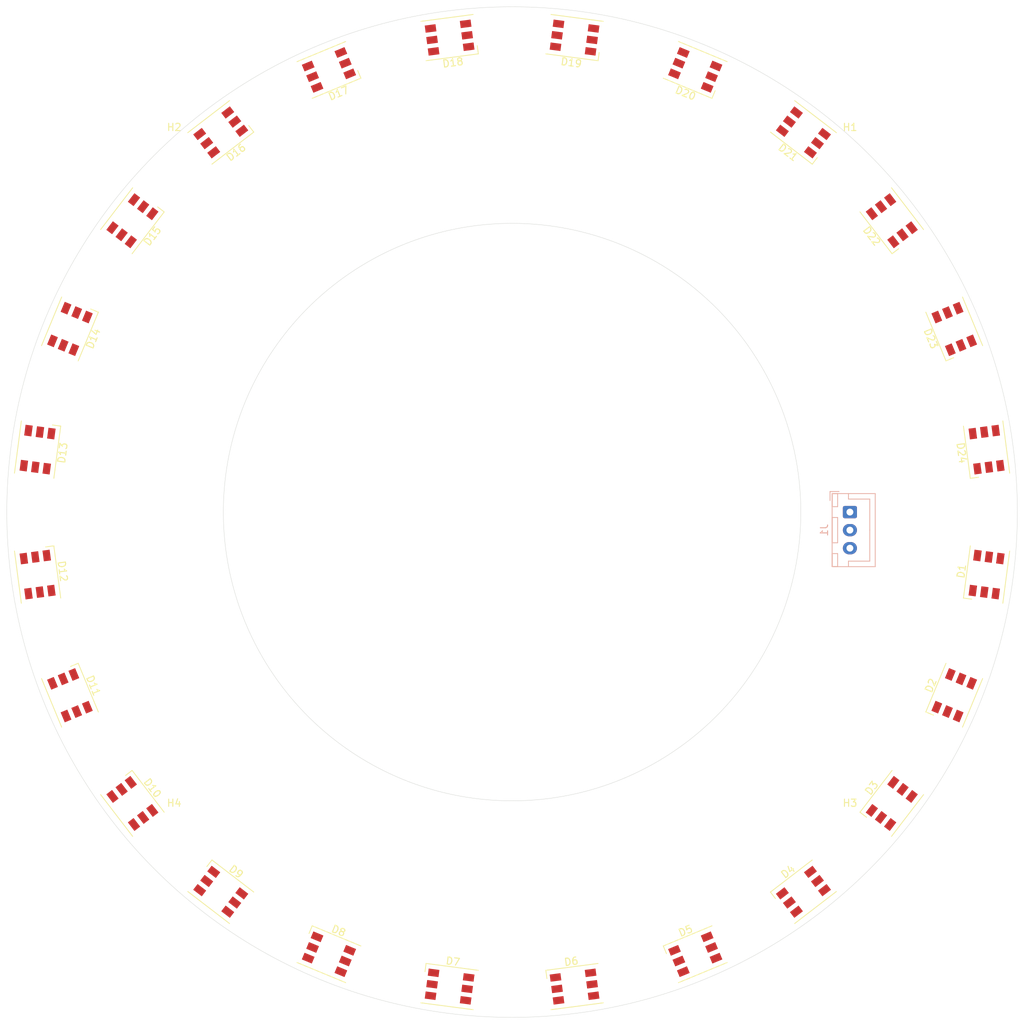
<source format=kicad_pcb>
(kicad_pcb (version 20240108) (generator "pcbnew") (generator_version "8.0")
  (layers (0 "F.Cu" signal) (31 "B.Cu" signal) (34 "B.Paste" user) (35 "F.Paste" user) (36 "B.SilkS" user "B.Silkscreen") (37 "F.SilkS" user "F.Silkscreen") (38 "B.Mask" user) (39 "F.Mask" user) (44 "Edge.Cuts" user))
  (net 0 "")
  (net 8 "+5V")
  (net 9 "GND")
  (footprint "LED_SMD:LED_WS2812_PLCC6_5.0x5.0mm_P1.6mm" (layer "F.Cu") (at -8.653886 -65.732794 -172.5)
    (property "Reference" "D18" (at 0.000001 -3.5 7.5) (layer "F.SilkS"))
    (property "Value" "WS2813")
    (fp_line (start -3.65 2.75) (end 3.65 2.75) (stroke (width 0.12)) (layer "F.SilkS"))
    (fp_line (start -3.65 -1.6) (end -3.65 -2.75) (stroke (width 0.12)) (layer "F.SilkS"))
    (fp_line (start -3.65 -2.75) (end 3.65 -2.75) (stroke (width 0.12)) (layer "F.SilkS"))
    (pad "1" smd rect (at -2.45 -1.6 187.5) (size 1.5 1) (layers "F.Cu" "F.Paste" "F.Mask"))
    (pad "2" smd rect (at -2.45 0 187.5) (size 1.5 1) (layers "F.Cu" "F.Paste" "F.Mask"))
    (pad "3" smd rect (at -2.45 1.6 187.5) (size 1.5 1) (layers "F.Cu" "F.Paste" "F.Mask"))
    (pad "4" smd rect (at 2.45 1.6 187.5) (size 1.5 1) (layers "F.Cu" "F.Paste" "F.Mask"))
    (pad "5" smd rect (at 2.45 0 187.5) (size 1.5 1) (layers "F.Cu" "F.Paste" "F.Mask"))
    (pad "6" smd rect (at 2.45 -1.6 187.5) (size 1.5 1) (layers "F.Cu" "F.Paste" "F.Mask"))
  )
  (footprint "tt-custom:MountingHole_5.6mm" (layer "F.Cu") (at 46.810469 -46.810469)
    (property "Reference" "H1" (at 0 -6.5 0) (layer "F.SilkS"))
    (property "Value" "MountingHole")
    (pad "" np_thru_hole circle (at 0 0) (size 5.6 5.6) (drill 5.6) (layers "F&B.Cu" "*.Mask"))
  )
  (footprint "LED_SMD:LED_WS2812_PLCC6_5.0x5.0mm_P1.6mm" (layer "F.Cu") (at -52.599327 40.360882 -52.5)
    (property "Reference" "D10" (at 0 -3.5 127.5) (layer "F.SilkS"))
    (property "Value" "WS2813")
    (fp_line (start -3.65 2.75) (end 3.650001 2.75) (stroke (width 0.12)) (layer "F.SilkS"))
    (fp_line (start -3.65 -1.6) (end -3.650001 -2.75) (stroke (width 0.12)) (layer "F.SilkS"))
    (fp_line (start -3.650001 -2.75) (end 3.65 -2.75) (stroke (width 0.12)) (layer "F.SilkS"))
    (pad "1" smd rect (at -2.45 -1.6 307.5) (size 1.5 1) (layers "F.Cu" "F.Paste" "F.Mask"))
    (pad "2" smd rect (at -2.450001 0 307.5) (size 1.5 1) (layers "F.Cu" "F.Paste" "F.Mask"))
    (pad "3" smd rect (at -2.45 1.6 307.5) (size 1.5 1) (layers "F.Cu" "F.Paste" "F.Mask"))
    (pad "4" smd rect (at 2.45 1.6 307.5) (size 1.5 1) (layers "F.Cu" "F.Paste" "F.Mask"))
    (pad "5" smd rect (at 2.450001 0 307.5) (size 1.5 1) (layers "F.Cu" "F.Paste" "F.Mask"))
    (pad "6" smd rect (at 2.45 -1.6 307.5) (size 1.5 1) (layers "F.Cu" "F.Paste" "F.Mask"))
  )
  (footprint "LED_SMD:LED_WS2812_PLCC6_5.0x5.0mm_P1.6mm" (layer "F.Cu") (at 61.253213 -25.371911 112.5)
    (property "Reference" "D23" (at 0 -3.500001 112.5) (layer "F.SilkS"))
    (property "Value" "WS2813")
    (fp_line (start -3.65 -2.75) (end 3.65 -2.750001) (stroke (width 0.12)) (layer "F.SilkS"))
    (fp_line (start -3.65 -1.599999) (end -3.65 -2.75) (stroke (width 0.12)) (layer "F.SilkS"))
    (fp_line (start -3.65 2.750001) (end 3.65 2.75) (stroke (width 0.12)) (layer "F.SilkS"))
    (pad "1" smd rect (at -2.45 -1.6 112.5) (size 1.5 1) (layers "F.Cu" "F.Paste" "F.Mask"))
    (pad "2" smd rect (at -2.45 0 112.5) (size 1.5 1) (layers "F.Cu" "F.Paste" "F.Mask"))
    (pad "3" smd rect (at -2.45 1.6 112.5) (size 1.5 1) (layers "F.Cu" "F.Paste" "F.Mask"))
    (pad "4" smd rect (at 2.45 1.6 112.5) (size 1.5 1) (layers "F.Cu" "F.Paste" "F.Mask"))
    (pad "5" smd rect (at 2.45 0 112.5) (size 1.5 1) (layers "F.Cu" "F.Paste" "F.Mask"))
    (pad "6" smd rect (at 2.45 -1.6 112.5) (size 1.5 1) (layers "F.Cu" "F.Paste" "F.Mask"))
  )
  (footprint "tt-custom:MountingHole_5.6mm" (layer "F.Cu") (at 46.810469 46.810469)
    (property "Reference" "H3" (at 0 -6.5 0) (layer "F.SilkS"))
    (property "Value" "MountingHole")
    (pad "" np_thru_hole circle (at 0 0) (size 5.6 5.6) (drill 5.6) (layers "F&B.Cu" "*.Mask"))
  )
  (footprint "tt-custom:MountingHole_5.6mm" (layer "F.Cu") (at -46.810469 -46.810469)
    (property "Reference" "H2" (at 0 -6.5 0) (layer "F.SilkS"))
    (property "Value" "MountingHole")
    (pad "" np_thru_hole circle (at 0 0) (size 5.6 5.6) (drill 5.6) (layers "F&B.Cu" "*.Mask"))
  )
  (footprint "LED_SMD:LED_WS2812_PLCC6_5.0x5.0mm_P1.6mm" (layer "F.Cu") (at 52.599326 40.360883 52.5)
    (property "Reference" "D3" (at 0 -3.5 52.5) (layer "F.SilkS"))
    (property "Value" "WS2813")
    (fp_line (start -3.65 -2.75) (end 3.65 -2.750001) (stroke (width 0.12)) (layer "F.SilkS"))
    (fp_line (start -3.65 -1.599999) (end -3.65 -2.75) (stroke (width 0.12)) (layer "F.SilkS"))
    (fp_line (start -3.65 2.750001) (end 3.65 2.75) (stroke (width 0.12)) (layer "F.SilkS"))
    (pad "1" smd rect (at -2.45 -1.6 52.5) (size 1.5 1) (layers "F.Cu" "F.Paste" "F.Mask"))
    (pad "2" smd rect (at -2.45 0.000001 52.5) (size 1.5 1) (layers "F.Cu" "F.Paste" "F.Mask"))
    (pad "3" smd rect (at -2.45 1.6 52.5) (size 1.5 1) (layers "F.Cu" "F.Paste" "F.Mask"))
    (pad "4" smd rect (at 2.45 1.6 52.5) (size 1.5 1) (layers "F.Cu" "F.Paste" "F.Mask"))
    (pad "5" smd rect (at 2.45 -0.000001 52.5) (size 1.5 1) (layers "F.Cu" "F.Paste" "F.Mask"))
    (pad "6" smd rect (at 2.45 -1.6 52.5) (size 1.5 1) (layers "F.Cu" "F.Paste" "F.Mask"))
  )
  (footprint "LED_SMD:LED_WS2812_PLCC6_5.0x5.0mm_P1.6mm" (layer "F.Cu") (at -40.360882 -52.599327 -142.5)
    (property "Reference" "D16" (at 0 -3.5 37.5) (layer "F.SilkS"))
    (property "Value" "WS2813")
    (fp_line (start -3.65 2.75) (end 3.650001 2.75) (stroke (width 0.12)) (layer "F.SilkS"))
    (fp_line (start -3.65 -1.6) (end -3.650001 -2.75) (stroke (width 0.12)) (layer "F.SilkS"))
    (fp_line (start -3.650001 -2.75) (end 3.65 -2.75) (stroke (width 0.12)) (layer "F.SilkS"))
    (pad "1" smd rect (at -2.45 -1.6 217.5) (size 1.5 1) (layers "F.Cu" "F.Paste" "F.Mask"))
    (pad "2" smd rect (at -2.450001 0 217.5) (size 1.5 1) (layers "F.Cu" "F.Paste" "F.Mask"))
    (pad "3" smd rect (at -2.45 1.6 217.5) (size 1.5 1) (layers "F.Cu" "F.Paste" "F.Mask"))
    (pad "4" smd rect (at 2.45 1.6 217.5) (size 1.5 1) (layers "F.Cu" "F.Paste" "F.Mask"))
    (pad "5" smd rect (at 2.450001 0 217.5) (size 1.5 1) (layers "F.Cu" "F.Paste" "F.Mask"))
    (pad "6" smd rect (at 2.45 -1.6 217.5) (size 1.5 1) (layers "F.Cu" "F.Paste" "F.Mask"))
  )
  (footprint "LED_SMD:LED_WS2812_PLCC6_5.0x5.0mm_P1.6mm" (layer "F.Cu") (at 8.653887 -65.732794 172.5)
    (property "Reference" "D19" (at 0 -3.5 172.5) (layer "F.SilkS"))
    (property "Value" "WS2813")
    (fp_line (start -3.65 -2.75) (end 3.65 -2.75) (stroke (width 0.12)) (layer "F.SilkS"))
    (fp_line (start -3.65 -1.6) (end -3.65 -2.75) (stroke (width 0.12)) (layer "F.SilkS"))
    (fp_line (start -3.65 2.75) (end 3.65 2.75) (stroke (width 0.12)) (layer "F.SilkS"))
    (pad "1" smd rect (at -2.45 -1.6 172.5) (size 1.5 1) (layers "F.Cu" "F.Paste" "F.Mask"))
    (pad "2" smd rect (at -2.45 0 172.5) (size 1.5 1) (layers "F.Cu" "F.Paste" "F.Mask"))
    (pad "3" smd rect (at -2.45 1.6 172.5) (size 1.5 1) (layers "F.Cu" "F.Paste" "F.Mask"))
    (pad "4" smd rect (at 2.45 1.6 172.5) (size 1.5 1) (layers "F.Cu" "F.Paste" "F.Mask"))
    (pad "5" smd rect (at 2.45 0 172.5) (size 1.5 1) (layers "F.Cu" "F.Paste" "F.Mask"))
    (pad "6" smd rect (at 2.45 -1.6 172.5) (size 1.5 1) (layers "F.Cu" "F.Paste" "F.Mask"))
  )
  (footprint "LED_SMD:LED_WS2812_PLCC6_5.0x5.0mm_P1.6mm" (layer "F.Cu") (at -8.653887 65.732794 -7.5)
    (property "Reference" "D7" (at 0 -3.5 172.5) (layer "F.SilkS"))
    (property "Value" "WS2813")
    (fp_line (start -3.65 2.75) (end 3.65 2.75) (stroke (width 0.12)) (layer "F.SilkS"))
    (fp_line (start -3.65 -1.6) (end -3.65 -2.75) (stroke (width 0.12)) (layer "F.SilkS"))
    (fp_line (start -3.65 -2.75) (end 3.65 -2.75) (stroke (width 0.12)) (layer "F.SilkS"))
    (pad "1" smd rect (at -2.45 -1.6 352.5) (size 1.5 1) (layers "F.Cu" "F.Paste" "F.Mask"))
    (pad "2" smd rect (at -2.45 0 352.5) (size 1.5 1) (layers "F.Cu" "F.Paste" "F.Mask"))
    (pad "3" smd rect (at -2.45 1.6 352.5) (size 1.5 1) (layers "F.Cu" "F.Paste" "F.Mask"))
    (pad "4" smd rect (at 2.45 1.6 352.5) (size 1.5 1) (layers "F.Cu" "F.Paste" "F.Mask"))
    (pad "5" smd rect (at 2.45 0 352.5) (size 1.5 1) (layers "F.Cu" "F.Paste" "F.Mask"))
    (pad "6" smd rect (at 2.45 -1.6 352.5) (size 1.5 1) (layers "F.Cu" "F.Paste" "F.Mask"))
  )
  (footprint "tt-custom:MountingHole_5.6mm" (layer "F.Cu") (at -46.810469 46.810469)
    (property "Reference" "H4" (at 0 -6.5 0) (layer "F.SilkS"))
    (property "Value" "MountingHole")
    (pad "" np_thru_hole circle (at 0 0) (size 5.6 5.6) (drill 5.6) (layers "F&B.Cu" "*.Mask"))
  )
  (footprint "LED_SMD:LED_WS2812_PLCC6_5.0x5.0mm_P1.6mm" (layer "F.Cu") (at 52.599327 -40.360882 127.5)
    (property "Reference" "D22" (at 0 -3.5 127.5) (layer "F.SilkS"))
    (property "Value" "WS2813")
    (fp_line (start -3.650001 -2.75) (end 3.65 -2.75) (stroke (width 0.12)) (layer "F.SilkS"))
    (fp_line (start -3.65 -1.6) (end -3.650001 -2.75) (stroke (width 0.12)) (layer "F.SilkS"))
    (fp_line (start -3.65 2.75) (end 3.650001 2.75) (stroke (width 0.12)) (layer "F.SilkS"))
    (pad "1" smd rect (at -2.45 -1.6 127.5) (size 1.5 1) (layers "F.Cu" "F.Paste" "F.Mask"))
    (pad "2" smd rect (at -2.450001 0 127.5) (size 1.5 1) (layers "F.Cu" "F.Paste" "F.Mask"))
    (pad "3" smd rect (at -2.45 1.6 127.5) (size 1.5 1) (layers "F.Cu" "F.Paste" "F.Mask"))
    (pad "4" smd rect (at 2.45 1.6 127.5) (size 1.5 1) (layers "F.Cu" "F.Paste" "F.Mask"))
    (pad "5" smd rect (at 2.450001 0 127.5) (size 1.5 1) (layers "F.Cu" "F.Paste" "F.Mask"))
    (pad "6" smd rect (at 2.45 -1.6 127.5) (size 1.5 1) (layers "F.Cu" "F.Paste" "F.Mask"))
  )
  (footprint "LED_SMD:LED_WS2812_PLCC6_5.0x5.0mm_P1.6mm" (layer "F.Cu") (at -40.360883 52.599326 -37.5)
    (property "Reference" "D9" (at 0 -3.5 142.5) (layer "F.SilkS"))
    (property "Value" "WS2813")
    (fp_line (start -3.65 2.750001) (end 3.65 2.75) (stroke (width 0.12)) (layer "F.SilkS"))
    (fp_line (start -3.65 -1.599999) (end -3.65 -2.75) (stroke (width 0.12)) (layer "F.SilkS"))
    (fp_line (start -3.65 -2.75) (end 3.65 -2.750001) (stroke (width 0.12)) (layer "F.SilkS"))
    (pad "1" smd rect (at -2.45 -1.6 322.5) (size 1.5 1) (layers "F.Cu" "F.Paste" "F.Mask"))
    (pad "2" smd rect (at -2.45 0.000001 322.5) (size 1.5 1) (layers "F.Cu" "F.Paste" "F.Mask"))
    (pad "3" smd rect (at -2.45 1.6 322.5) (size 1.5 1) (layers "F.Cu" "F.Paste" "F.Mask"))
    (pad "4" smd rect (at 2.45 1.6 322.5) (size 1.5 1) (layers "F.Cu" "F.Paste" "F.Mask"))
    (pad "5" smd rect (at 2.45 -0.000001 322.5) (size 1.5 1) (layers "F.Cu" "F.Paste" "F.Mask"))
    (pad "6" smd rect (at 2.45 -1.6 322.5) (size 1.5 1) (layers "F.Cu" "F.Paste" "F.Mask"))
  )
  (footprint "LED_SMD:LED_WS2812_PLCC6_5.0x5.0mm_P1.6mm" (layer "F.Cu") (at 8.653886 65.732794 7.5)
    (property "Reference" "D6" (at 0.000001 -3.5 7.5) (layer "F.SilkS"))
    (property "Value" "WS2813")
    (fp_line (start -3.65 -2.75) (end 3.65 -2.75) (stroke (width 0.12)) (layer "F.SilkS"))
    (fp_line (start -3.65 -1.6) (end -3.65 -2.75) (stroke (width 0.12)) (layer "F.SilkS"))
    (fp_line (start -3.65 2.75) (end 3.65 2.75) (stroke (width 0.12)) (layer "F.SilkS"))
    (pad "1" smd rect (at -2.45 -1.6 7.5) (size 1.5 1) (layers "F.Cu" "F.Paste" "F.Mask"))
    (pad "2" smd rect (at -2.45 0 7.5) (size 1.5 1) (layers "F.Cu" "F.Paste" "F.Mask"))
    (pad "3" smd rect (at -2.45 1.6 7.5) (size 1.5 1) (layers "F.Cu" "F.Paste" "F.Mask"))
    (pad "4" smd rect (at 2.45 1.6 7.5) (size 1.5 1) (layers "F.Cu" "F.Paste" "F.Mask"))
    (pad "5" smd rect (at 2.45 0 7.5) (size 1.5 1) (layers "F.Cu" "F.Paste" "F.Mask"))
    (pad "6" smd rect (at 2.45 -1.6 7.5) (size 1.5 1) (layers "F.Cu" "F.Paste" "F.Mask"))
  )
  (footprint "LED_SMD:LED_WS2812_PLCC6_5.0x5.0mm_P1.6mm" (layer "F.Cu") (at 40.360883 -52.599326 142.5)
    (property "Reference" "D21" (at 0 -3.5 142.5) (layer "F.SilkS"))
    (property "Value" "WS2813")
    (fp_line (start -3.65 -2.75) (end 3.65 -2.750001) (stroke (width 0.12)) (layer "F.SilkS"))
    (fp_line (start -3.65 -1.599999) (end -3.65 -2.75) (stroke (width 0.12)) (layer "F.SilkS"))
    (fp_line (start -3.65 2.750001) (end 3.65 2.75) (stroke (width 0.12)) (layer "F.SilkS"))
    (pad "1" smd rect (at -2.45 -1.6 142.5) (size 1.5 1) (layers "F.Cu" "F.Paste" "F.Mask"))
    (pad "2" smd rect (at -2.45 0.000001 142.5) (size 1.5 1) (layers "F.Cu" "F.Paste" "F.Mask"))
    (pad "3" smd rect (at -2.45 1.6 142.5) (size 1.5 1) (layers "F.Cu" "F.Paste" "F.Mask"))
    (pad "4" smd rect (at 2.45 1.6 142.5) (size 1.5 1) (layers "F.Cu" "F.Paste" "F.Mask"))
    (pad "5" smd rect (at 2.45 -0.000001 142.5) (size 1.5 1) (layers "F.Cu" "F.Paste" "F.Mask"))
    (pad "6" smd rect (at 2.45 -1.6 142.5) (size 1.5 1) (layers "F.Cu" "F.Paste" "F.Mask"))
  )
  (footprint "LED_SMD:LED_WS2812_PLCC6_5.0x5.0mm_P1.6mm" (layer "F.Cu") (at -25.371911 -61.253213 -157.5)
    (property "Reference" "D17" (at 0 -3.500001 22.5) (layer "F.SilkS"))
    (property "Value" "WS2813")
    (fp_line (start -3.65 2.750001) (end 3.65 2.75) (stroke (width 0.12)) (layer "F.SilkS"))
    (fp_line (start -3.65 -1.599999) (end -3.65 -2.75) (stroke (width 0.12)) (layer "F.SilkS"))
    (fp_line (start -3.65 -2.75) (end 3.65 -2.750001) (stroke (width 0.12)) (layer "F.SilkS"))
    (pad "1" smd rect (at -2.45 -1.6 202.5) (size 1.5 1) (layers "F.Cu" "F.Paste" "F.Mask"))
    (pad "2" smd rect (at -2.45 0 202.5) (size 1.5 1) (layers "F.Cu" "F.Paste" "F.Mask"))
    (pad "3" smd rect (at -2.45 1.6 202.5) (size 1.5 1) (layers "F.Cu" "F.Paste" "F.Mask"))
    (pad "4" smd rect (at 2.45 1.6 202.5) (size 1.5 1) (layers "F.Cu" "F.Paste" "F.Mask"))
    (pad "5" smd rect (at 2.45 0 202.5) (size 1.5 1) (layers "F.Cu" "F.Paste" "F.Mask"))
    (pad "6" smd rect (at 2.45 -1.6 202.5) (size 1.5 1) (layers "F.Cu" "F.Paste" "F.Mask"))
  )
  (footprint "LED_SMD:LED_WS2812_PLCC6_5.0x5.0mm_P1.6mm" (layer "F.Cu") (at -25.371912 61.253213 -22.5)
    (property "Reference" "D8" (at 0 -3.5 157.5) (layer "F.SilkS"))
    (property "Value" "WS2813")
    (fp_line (start -3.65 2.75) (end 3.65 2.75) (stroke (width 0.12)) (layer "F.SilkS"))
    (fp_line (start -3.65 -1.599999) (end -3.65 -2.75) (stroke (width 0.12)) (layer "F.SilkS"))
    (fp_line (start -3.65 -2.75) (end 3.65 -2.75) (stroke (width 0.12)) (layer "F.SilkS"))
    (pad "1" smd rect (at -2.45 -1.6 337.5) (size 1.5 1) (layers "F.Cu" "F.Paste" "F.Mask"))
    (pad "2" smd rect (at -2.45 0 337.5) (size 1.5 1) (layers "F.Cu" "F.Paste" "F.Mask"))
    (pad "3" smd rect (at -2.450001 1.599999 337.5) (size 1.5 1) (layers "F.Cu" "F.Paste" "F.Mask"))
    (pad "4" smd rect (at 2.45 1.6 337.5) (size 1.5 1) (layers "F.Cu" "F.Paste" "F.Mask"))
    (pad "5" smd rect (at 2.45 0 337.5) (size 1.5 1) (layers "F.Cu" "F.Paste" "F.Mask"))
    (pad "6" smd rect (at 2.450001 -1.599999 337.5) (size 1.5 1) (layers "F.Cu" "F.Paste" "F.Mask"))
  )
  (footprint "LED_SMD:LED_WS2812_PLCC6_5.0x5.0mm_P1.6mm" (layer "F.Cu") (at 61.253213 25.371912 67.5)
    (property "Reference" "D2" (at 0 -3.5 67.5) (layer "F.SilkS"))
    (property "Value" "WS2813")
    (fp_line (start -3.65 -2.75) (end 3.65 -2.75) (stroke (width 0.12)) (layer "F.SilkS"))
    (fp_line (start -3.65 -1.599999) (end -3.65 -2.75) (stroke (width 0.12)) (layer "F.SilkS"))
    (fp_line (start -3.65 2.75) (end 3.65 2.75) (stroke (width 0.12)) (layer "F.SilkS"))
    (pad "1" smd rect (at -2.45 -1.6 67.5) (size 1.5 1) (layers "F.Cu" "F.Paste" "F.Mask"))
    (pad "2" smd rect (at -2.45 0 67.5) (size 1.5 1) (layers "F.Cu" "F.Paste" "F.Mask"))
    (pad "3" smd rect (at -2.450001 1.599999 67.5) (size 1.5 1) (layers "F.Cu" "F.Paste" "F.Mask"))
    (pad "4" smd rect (at 2.45 1.6 67.5) (size 1.5 1) (layers "F.Cu" "F.Paste" "F.Mask"))
    (pad "5" smd rect (at 2.45 0 67.5) (size 1.5 1) (layers "F.Cu" "F.Paste" "F.Mask"))
    (pad "6" smd rect (at 2.450001 -1.599999 67.5) (size 1.5 1) (layers "F.Cu" "F.Paste" "F.Mask"))
  )
  (footprint "LED_SMD:LED_WS2812_PLCC6_5.0x5.0mm_P1.6mm" (layer "F.Cu") (at 65.732794 8.653887 82.5)
    (property "Reference" "D1" (at 0 -3.5 82.5) (layer "F.SilkS"))
    (property "Value" "WS2813")
    (fp_line (start -3.65 -2.75) (end 3.65 -2.75) (stroke (width 0.12)) (layer "F.SilkS"))
    (fp_line (start -3.65 -1.6) (end -3.65 -2.75) (stroke (width 0.12)) (layer "F.SilkS"))
    (fp_line (start -3.65 2.75) (end 3.65 2.75) (stroke (width 0.12)) (layer "F.SilkS"))
    (pad "1" smd rect (at -2.45 -1.6 82.5) (size 1.5 1) (layers "F.Cu" "F.Paste" "F.Mask"))
    (pad "2" smd rect (at -2.45 0 82.5) (size 1.5 1) (layers "F.Cu" "F.Paste" "F.Mask"))
    (pad "3" smd rect (at -2.45 1.6 82.5) (size 1.5 1) (layers "F.Cu" "F.Paste" "F.Mask"))
    (pad "4" smd rect (at 2.45 1.6 82.5) (size 1.5 1) (layers "F.Cu" "F.Paste" "F.Mask"))
    (pad "5" smd rect (at 2.45 0 82.5) (size 1.5 1) (layers "F.Cu" "F.Paste" "F.Mask"))
    (pad "6" smd rect (at 2.45 -1.6 82.5) (size 1.5 1) (layers "F.Cu" "F.Paste" "F.Mask"))
  )
  (footprint "LED_SMD:LED_WS2812_PLCC6_5.0x5.0mm_P1.6mm" (layer "F.Cu") (at -52.599326 -40.360883 -127.5)
    (property "Reference" "D15" (at 0 -3.5 52.5) (layer "F.SilkS"))
    (property "Value" "WS2813")
    (fp_line (start -3.65 2.750001) (end 3.65 2.75) (stroke (width 0.12)) (layer "F.SilkS"))
    (fp_line (start -3.65 -1.599999) (end -3.65 -2.75) (stroke (width 0.12)) (layer "F.SilkS"))
    (fp_line (start -3.65 -2.75) (end 3.65 -2.750001) (stroke (width 0.12)) (layer "F.SilkS"))
    (pad "1" smd rect (at -2.45 -1.6 232.5) (size 1.5 1) (layers "F.Cu" "F.Paste" "F.Mask"))
    (pad "2" smd rect (at -2.45 0.000001 232.5) (size 1.5 1) (layers "F.Cu" "F.Paste" "F.Mask"))
    (pad "3" smd rect (at -2.45 1.6 232.5) (size 1.5 1) (layers "F.Cu" "F.Paste" "F.Mask"))
    (pad "4" smd rect (at 2.45 1.6 232.5) (size 1.5 1) (layers "F.Cu" "F.Paste" "F.Mask"))
    (pad "5" smd rect (at 2.45 -0.000001 232.5) (size 1.5 1) (layers "F.Cu" "F.Paste" "F.Mask"))
    (pad "6" smd rect (at 2.45 -1.6 232.5) (size 1.5 1) (layers "F.Cu" "F.Paste" "F.Mask"))
  )
  (footprint "LED_SMD:LED_WS2812_PLCC6_5.0x5.0mm_P1.6mm" (layer "F.Cu") (at -61.253213 25.371911 -67.5)
    (property "Reference" "D11" (at 0 -3.500001 112.5) (layer "F.SilkS"))
    (property "Value" "WS2813")
    (fp_line (start -3.65 2.750001) (end 3.65 2.75) (stroke (width 0.12)) (layer "F.SilkS"))
    (fp_line (start -3.65 -1.599999) (end -3.65 -2.75) (stroke (width 0.12)) (layer "F.SilkS"))
    (fp_line (start -3.65 -2.75) (end 3.65 -2.750001) (stroke (width 0.12)) (layer "F.SilkS"))
    (pad "1" smd rect (at -2.45 -1.6 292.5) (size 1.5 1) (layers "F.Cu" "F.Paste" "F.Mask"))
    (pad "2" smd rect (at -2.45 0 292.5) (size 1.5 1) (layers "F.Cu" "F.Paste" "F.Mask"))
    (pad "3" smd rect (at -2.45 1.6 292.5) (size 1.5 1) (layers "F.Cu" "F.Paste" "F.Mask"))
    (pad "4" smd rect (at 2.45 1.6 292.5) (size 1.5 1) (layers "F.Cu" "F.Paste" "F.Mask"))
    (pad "5" smd rect (at 2.45 0 292.5) (size 1.5 1) (layers "F.Cu" "F.Paste" "F.Mask"))
    (pad "6" smd rect (at 2.45 -1.6 292.5) (size 1.5 1) (layers "F.Cu" "F.Paste" "F.Mask"))
  )
  (footprint "LED_SMD:LED_WS2812_PLCC6_5.0x5.0mm_P1.6mm" (layer "F.Cu") (at 40.360882 52.599327 37.5)
    (property "Reference" "D4" (at 0 -3.5 37.5) (layer "F.SilkS"))
    (property "Value" "WS2813")
    (fp_line (start -3.650001 -2.75) (end 3.65 -2.75) (stroke (width 0.12)) (layer "F.SilkS"))
    (fp_line (start -3.65 -1.6) (end -3.650001 -2.75) (stroke (width 0.12)) (layer "F.SilkS"))
    (fp_line (start -3.65 2.75) (end 3.650001 2.75) (stroke (width 0.12)) (layer "F.SilkS"))
    (pad "1" smd rect (at -2.45 -1.6 37.5) (size 1.5 1) (layers "F.Cu" "F.Paste" "F.Mask"))
    (pad "2" smd rect (at -2.450001 0 37.5) (size 1.5 1) (layers "F.Cu" "F.Paste" "F.Mask"))
    (pad "3" smd rect (at -2.45 1.6 37.5) (size 1.5 1) (layers "F.Cu" "F.Paste" "F.Mask"))
    (pad "4" smd rect (at 2.45 1.6 37.5) (size 1.5 1) (layers "F.Cu" "F.Paste" "F.Mask"))
    (pad "5" smd rect (at 2.450001 0 37.5) (size 1.5 1) (layers "F.Cu" "F.Paste" "F.Mask"))
    (pad "6" smd rect (at 2.45 -1.6 37.5) (size 1.5 1) (layers "F.Cu" "F.Paste" "F.Mask"))
  )
  (footprint "LED_SMD:LED_WS2812_PLCC6_5.0x5.0mm_P1.6mm" (layer "F.Cu") (at -61.253213 -25.371912 -112.5)
    (property "Reference" "D14" (at 0 -3.5 67.5) (layer "F.SilkS"))
    (property "Value" "WS2813")
    (fp_line (start -3.65 2.75) (end 3.65 2.75) (stroke (width 0.12)) (layer "F.SilkS"))
    (fp_line (start -3.65 -1.599999) (end -3.65 -2.75) (stroke (width 0.12)) (layer "F.SilkS"))
    (fp_line (start -3.65 -2.75) (end 3.65 -2.75) (stroke (width 0.12)) (layer "F.SilkS"))
    (pad "1" smd rect (at -2.45 -1.6 247.5) (size 1.5 1) (layers "F.Cu" "F.Paste" "F.Mask"))
    (pad "2" smd rect (at -2.45 0 247.5) (size 1.5 1) (layers "F.Cu" "F.Paste" "F.Mask"))
    (pad "3" smd rect (at -2.450001 1.599999 247.5) (size 1.5 1) (layers "F.Cu" "F.Paste" "F.Mask"))
    (pad "4" smd rect (at 2.45 1.6 247.5) (size 1.5 1) (layers "F.Cu" "F.Paste" "F.Mask"))
    (pad "5" smd rect (at 2.45 0 247.5) (size 1.5 1) (layers "F.Cu" "F.Paste" "F.Mask"))
    (pad "6" smd rect (at 2.450001 -1.599999 247.5) (size 1.5 1) (layers "F.Cu" "F.Paste" "F.Mask"))
  )
  (footprint "LED_SMD:LED_WS2812_PLCC6_5.0x5.0mm_P1.6mm" (layer "F.Cu") (at 65.732794 -8.653886 97.5)
    (property "Reference" "D24" (at 0.000001 -3.5 97.5) (layer "F.SilkS"))
    (property "Value" "WS2813")
    (fp_line (start -3.65 -2.75) (end 3.65 -2.75) (stroke (width 0.12)) (layer "F.SilkS"))
    (fp_line (start -3.65 -1.6) (end -3.65 -2.75) (stroke (width 0.12)) (layer "F.SilkS"))
    (fp_line (start -3.65 2.75) (end 3.65 2.75) (stroke (width 0.12)) (layer "F.SilkS"))
    (pad "1" smd rect (at -2.45 -1.6 97.5) (size 1.5 1) (layers "F.Cu" "F.Paste" "F.Mask"))
    (pad "2" smd rect (at -2.45 0 97.5) (size 1.5 1) (layers "F.Cu" "F.Paste" "F.Mask"))
    (pad "3" smd rect (at -2.45 1.6 97.5) (size 1.5 1) (layers "F.Cu" "F.Paste" "F.Mask"))
    (pad "4" smd rect (at 2.45 1.6 97.5) (size 1.5 1) (layers "F.Cu" "F.Paste" "F.Mask"))
    (pad "5" smd rect (at 2.45 0 97.5) (size 1.5 1) (layers "F.Cu" "F.Paste" "F.Mask"))
    (pad "6" smd rect (at 2.45 -1.6 97.5) (size 1.5 1) (layers "F.Cu" "F.Paste" "F.Mask"))
  )
  (footprint "LED_SMD:LED_WS2812_PLCC6_5.0x5.0mm_P1.6mm" (layer "F.Cu") (at -65.732794 -8.653887 -97.5)
    (property "Reference" "D13" (at 0 -3.5 82.5) (layer "F.SilkS"))
    (property "Value" "WS2813")
    (fp_line (start -3.65 2.75) (end 3.65 2.75) (stroke (width 0.12)) (layer "F.SilkS"))
    (fp_line (start -3.65 -1.6) (end -3.65 -2.75) (stroke (width 0.12)) (layer "F.SilkS"))
    (fp_line (start -3.65 -2.75) (end 3.65 -2.75) (stroke (width 0.12)) (layer "F.SilkS"))
    (pad "1" smd rect (at -2.45 -1.6 262.5) (size 1.5 1) (layers "F.Cu" "F.Paste" "F.Mask"))
    (pad "2" smd rect (at -2.45 0 262.5) (size 1.5 1) (layers "F.Cu" "F.Paste" "F.Mask"))
    (pad "3" smd rect (at -2.45 1.6 262.5) (size 1.5 1) (layers "F.Cu" "F.Paste" "F.Mask"))
    (pad "4" smd rect (at 2.45 1.6 262.5) (size 1.5 1) (layers "F.Cu" "F.Paste" "F.Mask"))
    (pad "5" smd rect (at 2.45 0 262.5) (size 1.5 1) (layers "F.Cu" "F.Paste" "F.Mask"))
    (pad "6" smd rect (at 2.45 -1.6 262.5) (size 1.5 1) (layers "F.Cu" "F.Paste" "F.Mask"))
  )
  (footprint "LED_SMD:LED_WS2812_PLCC6_5.0x5.0mm_P1.6mm" (layer "F.Cu") (at -65.732794 8.653886 -82.5)
    (property "Reference" "D12" (at 0.000001 -3.5 97.5) (layer "F.SilkS"))
    (property "Value" "WS2813")
    (fp_line (start -3.65 2.75) (end 3.65 2.75) (stroke (width 0.12)) (layer "F.SilkS"))
    (fp_line (start -3.65 -1.6) (end -3.65 -2.75) (stroke (width 0.12)) (layer "F.SilkS"))
    (fp_line (start -3.65 -2.75) (end 3.65 -2.75) (stroke (width 0.12)) (layer "F.SilkS"))
    (pad "1" smd rect (at -2.45 -1.6 277.5) (size 1.5 1) (layers "F.Cu" "F.Paste" "F.Mask"))
    (pad "2" smd rect (at -2.45 0 277.5) (size 1.5 1) (layers "F.Cu" "F.Paste" "F.Mask"))
    (pad "3" smd rect (at -2.45 1.6 277.5) (size 1.5 1) (layers "F.Cu" "F.Paste" "F.Mask"))
    (pad "4" smd rect (at 2.45 1.6 277.5) (size 1.5 1) (layers "F.Cu" "F.Paste" "F.Mask"))
    (pad "5" smd rect (at 2.45 0 277.5) (size 1.5 1) (layers "F.Cu" "F.Paste" "F.Mask"))
    (pad "6" smd rect (at 2.45 -1.6 277.5) (size 1.5 1) (layers "F.Cu" "F.Paste" "F.Mask"))
  )
  (footprint "LED_SMD:LED_WS2812_PLCC6_5.0x5.0mm_P1.6mm" (layer "F.Cu") (at 25.371912 -61.253213 157.5)
    (property "Reference" "D20" (at 0 -3.5 157.5) (layer "F.SilkS"))
    (property "Value" "WS2813")
    (fp_line (start -3.65 -2.75) (end 3.65 -2.75) (stroke (width 0.12)) (layer "F.SilkS"))
    (fp_line (start -3.65 -1.599999) (end -3.65 -2.75) (stroke (width 0.12)) (layer "F.SilkS"))
    (fp_line (start -3.65 2.75) (end 3.65 2.75) (stroke (width 0.12)) (layer "F.SilkS"))
    (pad "1" smd rect (at -2.45 -1.6 157.5) (size 1.5 1) (layers "F.Cu" "F.Paste" "F.Mask"))
    (pad "2" smd rect (at -2.45 0 157.5) (size 1.5 1) (layers "F.Cu" "F.Paste" "F.Mask"))
    (pad "3" smd rect (at -2.450001 1.599999 157.5) (size 1.5 1) (layers "F.Cu" "F.Paste" "F.Mask"))
    (pad "4" smd rect (at 2.45 1.6 157.5) (size 1.5 1) (layers "F.Cu" "F.Paste" "F.Mask"))
    (pad "5" smd rect (at 2.45 0 157.5) (size 1.5 1) (layers "F.Cu" "F.Paste" "F.Mask"))
    (pad "6" smd rect (at 2.450001 -1.599999 157.5) (size 1.5 1) (layers "F.Cu" "F.Paste" "F.Mask"))
  )
  (footprint "LED_SMD:LED_WS2812_PLCC6_5.0x5.0mm_P1.6mm" (layer "F.Cu") (at 25.371911 61.253213 22.5)
    (property "Reference" "D5" (at 0 -3.500001 22.5) (layer "F.SilkS"))
    (property "Value" "WS2813")
    (fp_line (start -3.65 -2.75) (end 3.65 -2.750001) (stroke (width 0.12)) (layer "F.SilkS"))
    (fp_line (start -3.65 -1.599999) (end -3.65 -2.75) (stroke (width 0.12)) (layer "F.SilkS"))
    (fp_line (start -3.65 2.750001) (end 3.65 2.75) (stroke (width 0.12)) (layer "F.SilkS"))
    (pad "1" smd rect (at -2.45 -1.6 22.5) (size 1.5 1) (layers "F.Cu" "F.Paste" "F.Mask"))
    (pad "2" smd rect (at -2.45 0 22.5) (size 1.5 1) (layers "F.Cu" "F.Paste" "F.Mask"))
    (pad "3" smd rect (at -2.45 1.6 22.5) (size 1.5 1) (layers "F.Cu" "F.Paste" "F.Mask"))
    (pad "4" smd rect (at 2.45 1.6 22.5) (size 1.5 1) (layers "F.Cu" "F.Paste" "F.Mask"))
    (pad "5" smd rect (at 2.45 0 22.5) (size 1.5 1) (layers "F.Cu" "F.Paste" "F.Mask"))
    (pad "6" smd rect (at 2.45 -1.6 22.5) (size 1.5 1) (layers "F.Cu" "F.Paste" "F.Mask"))
  )
  (footprint "Connector_JST:JST_XH_B3B-XH-A_1x03_P2.50mm_Vertical" (layer "B.Cu") (at 46.8 0 -90)
    (property "Reference" "J1" (at 2.5 3.55 90) (layer "B.SilkS") (effects (justify mirror)))
    (property "Value" "Conn_01x03")
    (fp_line (start -2.85 2.75) (end -1.6 2.75) (stroke (width 0.12)) (layer "B.SilkS"))
    (fp_line (start -2.56 2.46) (end 7.56 2.46) (stroke (width 0.12)) (layer "B.SilkS"))
    (fp_line (start 7.56 2.46) (end 7.56 -3.51) (stroke (width 0.12)) (layer "B.SilkS"))
    (fp_line (start -2.55 2.45) (end -0.75 2.45) (stroke (width 0.12)) (layer "B.SilkS"))
    (fp_line (start -0.75 2.45) (end -0.75 1.7) (stroke (width 0.12)) (layer "B.SilkS"))
    (fp_line (start 0.75 2.45) (end 4.25 2.45) (stroke (width 0.12)) (layer "B.SilkS"))
    (fp_line (start 4.25 2.45) (end 4.25 1.7) (stroke (width 0.12)) (layer "B.SilkS"))
    (fp_line (start 5.75 2.45) (end 7.55 2.45) (stroke (width 0.12)) (layer "B.SilkS"))
    (fp_line (start 7.55 2.45) (end 7.55 1.7) (stroke (width 0.12)) (layer "B.SilkS"))
    (fp_line (start -2.55 1.7) (end -2.55 2.45) (stroke (width 0.12)) (layer "B.SilkS"))
    (fp_line (start -0.75 1.7) (end -2.55 1.7) (stroke (width 0.12)) (layer "B.SilkS"))
    (fp_line (start 0.75 1.7) (end 0.75 2.45) (stroke (width 0.12)) (layer "B.SilkS"))
    (fp_line (start 4.25 1.7) (end 0.75 1.7) (stroke (width 0.12)) (layer "B.SilkS"))
    (fp_line (start 5.75 1.7) (end 5.75 2.45) (stroke (width 0.12)) (layer "B.SilkS"))
    (fp_line (start 7.55 1.7) (end 5.75 1.7) (stroke (width 0.12)) (layer "B.SilkS"))
    (fp_line (start -2.85 1.5) (end -2.85 2.75) (stroke (width 0.12)) (layer "B.SilkS"))
    (fp_line (start -1.8 0.2) (end -2.55 0.2) (stroke (width 0.12)) (layer "B.SilkS"))
    (fp_line (start 6.8 0.2) (end 7.55 0.2) (stroke (width 0.12)) (layer "B.SilkS"))
    (fp_line (start -1.8 -2.75) (end -1.8 0.2) (stroke (width 0.12)) (layer "B.SilkS"))
    (fp_line (start 2.5 -2.75) (end -1.8 -2.75) (stroke (width 0.12)) (layer "B.SilkS"))
    (fp_line (start 2.5 -2.75) (end 6.8 -2.75) (stroke (width 0.12)) (layer "B.SilkS"))
    (fp_line (start 6.8 -2.75) (end 6.8 0.2) (stroke (width 0.12)) (layer "B.SilkS"))
    (fp_line (start -2.56 -3.51) (end -2.56 2.46) (stroke (width 0.12)) (layer "B.SilkS"))
    (fp_line (start 7.56 -3.51) (end -2.56 -3.51) (stroke (width 0.12)) (layer "B.SilkS"))
    (pad "1" thru_hole roundrect (at 0 0 270) (size 1.7 1.95) (drill 0.95) (layers "*.Cu" "*.Mask") (roundrect_rratio 0.147059) (net 9 "GND"))
    (pad "2" thru_hole oval (at 2.5 0 270) (size 1.7 1.95) (drill 0.95) (layers "*.Cu" "*.Mask") (net 8 "+5V"))
    (pad "3" thru_hole oval (at 5 0 270) (size 1.7 1.95) (drill 0.95) (layers "*.Cu" "*.Mask"))
  )
  (gr_circle (center 0 0) (end 40 0) (stroke (width 0.05)) (fill none) (layer "Edge.Cuts"))
  (gr_circle (center 0 0) (end 70 0) (stroke (width 0.05)) (fill none) (layer "Edge.Cuts"))
)
</source>
